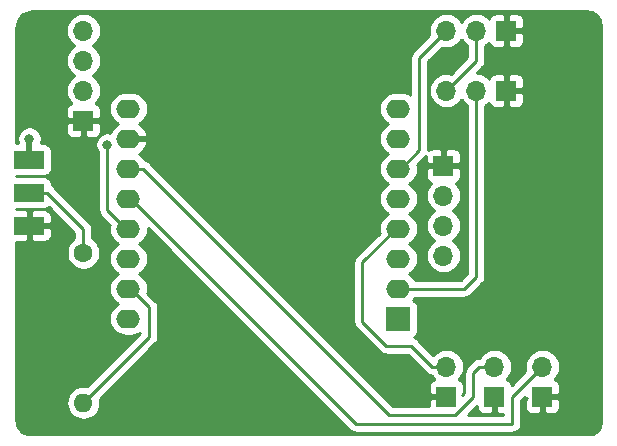
<source format=gbr>
G04 #@! TF.GenerationSoftware,KiCad,Pcbnew,(5.1.4)-1*
G04 #@! TF.CreationDate,2020-01-16T18:32:51+01:00*
G04 #@! TF.ProjectId,lumos-cache,6c756d6f-732d-4636-9163-68652e6b6963,rev?*
G04 #@! TF.SameCoordinates,Original*
G04 #@! TF.FileFunction,Copper,L1,Top*
G04 #@! TF.FilePolarity,Positive*
%FSLAX46Y46*%
G04 Gerber Fmt 4.6, Leading zero omitted, Abs format (unit mm)*
G04 Created by KiCad (PCBNEW (5.1.4)-1) date 2020-01-16 18:32:51*
%MOMM*%
%LPD*%
G04 APERTURE LIST*
%ADD10O,1.700000X1.700000*%
%ADD11R,1.700000X1.700000*%
%ADD12O,1.600000X1.600000*%
%ADD13C,1.600000*%
%ADD14O,2.000000X1.600000*%
%ADD15R,2.000000X2.000000*%
%ADD16R,2.500000X1.500000*%
%ADD17C,0.800000*%
%ADD18C,0.250000*%
%ADD19C,0.500000*%
%ADD20C,0.254000*%
G04 APERTURE END LIST*
D10*
X148082000Y-52324000D03*
X148082000Y-49784000D03*
X148082000Y-47244000D03*
D11*
X148082000Y-44704000D03*
D12*
X117602000Y-64770000D03*
D13*
X117602000Y-52070000D03*
D14*
X121412000Y-57658000D03*
X121412000Y-55118000D03*
X121412000Y-52578000D03*
X121412000Y-50038000D03*
X121412000Y-47498000D03*
X121412000Y-44958000D03*
X121412000Y-42418000D03*
X121412000Y-39878000D03*
X144272000Y-39878000D03*
X144272000Y-42418000D03*
X144272000Y-44958000D03*
X144272000Y-47498000D03*
X144272000Y-50038000D03*
X144272000Y-52578000D03*
D15*
X144272000Y-57658000D03*
D14*
X144272000Y-55118000D03*
D10*
X148336000Y-61722000D03*
D11*
X148336000Y-64262000D03*
D10*
X152400000Y-61722000D03*
D11*
X152400000Y-64262000D03*
D10*
X156464000Y-61722000D03*
D11*
X156464000Y-64262000D03*
D10*
X148336000Y-33274000D03*
X150876000Y-33274000D03*
D11*
X153416000Y-33274000D03*
D10*
X117602000Y-33274000D03*
X117602000Y-35814000D03*
X117602000Y-38354000D03*
D11*
X117602000Y-40894000D03*
D10*
X148336000Y-38354000D03*
X150876000Y-38354000D03*
D11*
X153416000Y-38354000D03*
D16*
X113030000Y-46990000D03*
X113030000Y-49784000D03*
X113030000Y-44196000D03*
D17*
X113030000Y-42418000D03*
X119634000Y-42926000D03*
D18*
X117602000Y-50938630D02*
X117602000Y-52070000D01*
X117602000Y-50062000D02*
X117602000Y-50938630D01*
X114530000Y-46990000D02*
X117602000Y-50062000D01*
X113030000Y-46990000D02*
X114530000Y-46990000D01*
D19*
X113030000Y-42418000D02*
X113030000Y-44196000D01*
D18*
X150876000Y-35814000D02*
X150876000Y-33274000D01*
X148336000Y-38354000D02*
X150876000Y-35814000D01*
X150876000Y-38354000D02*
X150876000Y-54102000D01*
X149860000Y-55118000D02*
X144272000Y-55118000D01*
X150876000Y-54102000D02*
X149860000Y-55118000D01*
X121212000Y-50038000D02*
X121412000Y-50038000D01*
X119634000Y-48460000D02*
X121212000Y-50038000D01*
X119634000Y-42926000D02*
X119634000Y-48460000D01*
X148336000Y-33274000D02*
X146050000Y-35560000D01*
X144472000Y-44958000D02*
X144272000Y-44958000D01*
X146050000Y-43380000D02*
X144472000Y-44958000D01*
X146050000Y-35560000D02*
X146050000Y-43380000D01*
X121612000Y-47498000D02*
X140662000Y-66548000D01*
X121412000Y-47498000D02*
X121612000Y-47498000D01*
X153924000Y-64262000D02*
X156464000Y-61722000D01*
X153924000Y-66548000D02*
X153924000Y-64262000D01*
X140662000Y-66548000D02*
X153924000Y-66548000D01*
X152400000Y-61722000D02*
X151130000Y-61722000D01*
X122662000Y-44958000D02*
X143490000Y-65786000D01*
X121412000Y-44958000D02*
X122662000Y-44958000D01*
X150622000Y-64261002D02*
X150622000Y-62230000D01*
X149097002Y-65786000D02*
X150622000Y-64261002D01*
X143490000Y-65786000D02*
X149097002Y-65786000D01*
X151130000Y-61722000D02*
X150622000Y-62230000D01*
X144072000Y-50038000D02*
X144272000Y-50038000D01*
X148336000Y-61722000D02*
X147133919Y-61722000D01*
X147133919Y-61722000D02*
X145355919Y-59944000D01*
X145355919Y-59944000D02*
X143256000Y-59944000D01*
X143256000Y-59944000D02*
X141224000Y-57912000D01*
X141224000Y-57912000D02*
X141224000Y-52886000D01*
X141224000Y-52886000D02*
X144072000Y-50038000D01*
X121612000Y-55118000D02*
X121412000Y-55118000D01*
X123190000Y-56696000D02*
X121612000Y-55118000D01*
X117602000Y-64770000D02*
X123190000Y-59182000D01*
X123190000Y-59182000D02*
X123190000Y-56696000D01*
D20*
G36*
X160490540Y-31672397D02*
G01*
X160698833Y-31735285D01*
X160890937Y-31837428D01*
X161059553Y-31974947D01*
X161198241Y-32142593D01*
X161301726Y-32333985D01*
X161366066Y-32541835D01*
X161392000Y-32788581D01*
X161392001Y-66515713D01*
X161372441Y-66715204D01*
X161323881Y-66876040D01*
X161245008Y-67024378D01*
X161138822Y-67154575D01*
X161009372Y-67261665D01*
X160861586Y-67341572D01*
X160701094Y-67391253D01*
X160503695Y-67412000D01*
X113062279Y-67412000D01*
X112813460Y-67387603D01*
X112605170Y-67324717D01*
X112413062Y-67222572D01*
X112244446Y-67085052D01*
X112105760Y-66917409D01*
X112002275Y-66726017D01*
X111937934Y-66518166D01*
X111912000Y-66271419D01*
X111912000Y-64770000D01*
X116160057Y-64770000D01*
X116187764Y-65051309D01*
X116269818Y-65321808D01*
X116403068Y-65571101D01*
X116582392Y-65789608D01*
X116800899Y-65968932D01*
X117050192Y-66102182D01*
X117320691Y-66184236D01*
X117531508Y-66205000D01*
X117672492Y-66205000D01*
X117883309Y-66184236D01*
X118153808Y-66102182D01*
X118403101Y-65968932D01*
X118621608Y-65789608D01*
X118800932Y-65571101D01*
X118934182Y-65321808D01*
X119016236Y-65051309D01*
X119043943Y-64770000D01*
X119016236Y-64488691D01*
X119002708Y-64444094D01*
X123701009Y-59745794D01*
X123730001Y-59722001D01*
X123753795Y-59693008D01*
X123753799Y-59693004D01*
X123824973Y-59606277D01*
X123824974Y-59606276D01*
X123895546Y-59474247D01*
X123939003Y-59330986D01*
X123950000Y-59219333D01*
X123950000Y-59219324D01*
X123953676Y-59182001D01*
X123950000Y-59144678D01*
X123950000Y-56733322D01*
X123953676Y-56695999D01*
X123950000Y-56658677D01*
X123950000Y-56658667D01*
X123939003Y-56547014D01*
X123895546Y-56403753D01*
X123824974Y-56271723D01*
X123753799Y-56184997D01*
X123730001Y-56155999D01*
X123701003Y-56132201D01*
X123012708Y-55443906D01*
X123026236Y-55399309D01*
X123053943Y-55118000D01*
X123026236Y-54836691D01*
X122944182Y-54566192D01*
X122810932Y-54316899D01*
X122631608Y-54098392D01*
X122413101Y-53919068D01*
X122280142Y-53848000D01*
X122413101Y-53776932D01*
X122631608Y-53597608D01*
X122810932Y-53379101D01*
X122944182Y-53129808D01*
X123026236Y-52859309D01*
X123053943Y-52578000D01*
X123026236Y-52296691D01*
X122944182Y-52026192D01*
X122810932Y-51776899D01*
X122631608Y-51558392D01*
X122413101Y-51379068D01*
X122280142Y-51308000D01*
X122413101Y-51236932D01*
X122631608Y-51057608D01*
X122810932Y-50839101D01*
X122944182Y-50589808D01*
X123026236Y-50319309D01*
X123053943Y-50038000D01*
X123051402Y-50012203D01*
X140098201Y-67059003D01*
X140121999Y-67088001D01*
X140237724Y-67182974D01*
X140369753Y-67253546D01*
X140513014Y-67297003D01*
X140624667Y-67308000D01*
X140624676Y-67308000D01*
X140661999Y-67311676D01*
X140699322Y-67308000D01*
X153886667Y-67308000D01*
X153924000Y-67311677D01*
X153961333Y-67308000D01*
X154072986Y-67297003D01*
X154216247Y-67253546D01*
X154348276Y-67182974D01*
X154464001Y-67088001D01*
X154558974Y-66972276D01*
X154629546Y-66840247D01*
X154673003Y-66696986D01*
X154687677Y-66548000D01*
X154684000Y-66510667D01*
X154684000Y-64576801D01*
X154979000Y-64281802D01*
X154979000Y-64389002D01*
X155137748Y-64389002D01*
X154979000Y-64547750D01*
X154975928Y-65112000D01*
X154988188Y-65236482D01*
X155024498Y-65356180D01*
X155083463Y-65466494D01*
X155162815Y-65563185D01*
X155259506Y-65642537D01*
X155369820Y-65701502D01*
X155489518Y-65737812D01*
X155614000Y-65750072D01*
X156178250Y-65747000D01*
X156337000Y-65588250D01*
X156337000Y-64389000D01*
X156591000Y-64389000D01*
X156591000Y-65588250D01*
X156749750Y-65747000D01*
X157314000Y-65750072D01*
X157438482Y-65737812D01*
X157558180Y-65701502D01*
X157668494Y-65642537D01*
X157765185Y-65563185D01*
X157844537Y-65466494D01*
X157903502Y-65356180D01*
X157939812Y-65236482D01*
X157952072Y-65112000D01*
X157949000Y-64547750D01*
X157790250Y-64389000D01*
X156591000Y-64389000D01*
X156337000Y-64389000D01*
X156317000Y-64389000D01*
X156317000Y-64135000D01*
X156337000Y-64135000D01*
X156337000Y-64115000D01*
X156591000Y-64115000D01*
X156591000Y-64135000D01*
X157790250Y-64135000D01*
X157949000Y-63976250D01*
X157952072Y-63412000D01*
X157939812Y-63287518D01*
X157903502Y-63167820D01*
X157844537Y-63057506D01*
X157765185Y-62960815D01*
X157668494Y-62881463D01*
X157558180Y-62822498D01*
X157489313Y-62801607D01*
X157519134Y-62777134D01*
X157704706Y-62551014D01*
X157842599Y-62293034D01*
X157927513Y-62013111D01*
X157956185Y-61722000D01*
X157927513Y-61430889D01*
X157842599Y-61150966D01*
X157704706Y-60892986D01*
X157519134Y-60666866D01*
X157293014Y-60481294D01*
X157035034Y-60343401D01*
X156755111Y-60258487D01*
X156536950Y-60237000D01*
X156391050Y-60237000D01*
X156172889Y-60258487D01*
X155892966Y-60343401D01*
X155634986Y-60481294D01*
X155408866Y-60666866D01*
X155223294Y-60892986D01*
X155085401Y-61150966D01*
X155000487Y-61430889D01*
X154971815Y-61722000D01*
X155000487Y-62013111D01*
X155023203Y-62087995D01*
X153863679Y-63247520D01*
X153839502Y-63167820D01*
X153780537Y-63057506D01*
X153701185Y-62960815D01*
X153604494Y-62881463D01*
X153494180Y-62822498D01*
X153425313Y-62801607D01*
X153455134Y-62777134D01*
X153640706Y-62551014D01*
X153778599Y-62293034D01*
X153863513Y-62013111D01*
X153892185Y-61722000D01*
X153863513Y-61430889D01*
X153778599Y-61150966D01*
X153640706Y-60892986D01*
X153455134Y-60666866D01*
X153229014Y-60481294D01*
X152971034Y-60343401D01*
X152691111Y-60258487D01*
X152472950Y-60237000D01*
X152327050Y-60237000D01*
X152108889Y-60258487D01*
X151828966Y-60343401D01*
X151570986Y-60481294D01*
X151344866Y-60666866D01*
X151159294Y-60892986D01*
X151124057Y-60958909D01*
X151092676Y-60962000D01*
X151092667Y-60962000D01*
X150981014Y-60972997D01*
X150837753Y-61016454D01*
X150705724Y-61087026D01*
X150589999Y-61181999D01*
X150566201Y-61210997D01*
X150110998Y-61666201D01*
X150082000Y-61689999D01*
X150058202Y-61718997D01*
X150058201Y-61718998D01*
X149987026Y-61805724D01*
X149916454Y-61937754D01*
X149872998Y-62081015D01*
X149858324Y-62230000D01*
X149862001Y-62267332D01*
X149862000Y-63946200D01*
X149673202Y-64134998D01*
X149662252Y-64134998D01*
X149821000Y-63976250D01*
X149824072Y-63412000D01*
X149811812Y-63287518D01*
X149775502Y-63167820D01*
X149716537Y-63057506D01*
X149637185Y-62960815D01*
X149540494Y-62881463D01*
X149430180Y-62822498D01*
X149361313Y-62801607D01*
X149391134Y-62777134D01*
X149576706Y-62551014D01*
X149714599Y-62293034D01*
X149799513Y-62013111D01*
X149828185Y-61722000D01*
X149799513Y-61430889D01*
X149714599Y-61150966D01*
X149576706Y-60892986D01*
X149391134Y-60666866D01*
X149165014Y-60481294D01*
X148907034Y-60343401D01*
X148627111Y-60258487D01*
X148408950Y-60237000D01*
X148263050Y-60237000D01*
X148044889Y-60258487D01*
X147764966Y-60343401D01*
X147506986Y-60481294D01*
X147280866Y-60666866D01*
X147223494Y-60736774D01*
X145919723Y-59433003D01*
X145895920Y-59403999D01*
X145780195Y-59309026D01*
X145648166Y-59238454D01*
X145574763Y-59216188D01*
X145626494Y-59188537D01*
X145723185Y-59109185D01*
X145802537Y-59012494D01*
X145861502Y-58902180D01*
X145897812Y-58782482D01*
X145910072Y-58658000D01*
X145910072Y-56658000D01*
X145897812Y-56533518D01*
X145861502Y-56413820D01*
X145802537Y-56303506D01*
X145723185Y-56206815D01*
X145626494Y-56127463D01*
X145538524Y-56080441D01*
X145670932Y-55919101D01*
X145692901Y-55878000D01*
X149822678Y-55878000D01*
X149860000Y-55881676D01*
X149897322Y-55878000D01*
X149897333Y-55878000D01*
X150008986Y-55867003D01*
X150152247Y-55823546D01*
X150284276Y-55752974D01*
X150400001Y-55658001D01*
X150423804Y-55628998D01*
X151387003Y-54665799D01*
X151416001Y-54642001D01*
X151488057Y-54554201D01*
X151510974Y-54526277D01*
X151581546Y-54394247D01*
X151593656Y-54354324D01*
X151625003Y-54250986D01*
X151636000Y-54139333D01*
X151636000Y-54139323D01*
X151639676Y-54102000D01*
X151636000Y-54064678D01*
X151636000Y-39631595D01*
X151705014Y-39594706D01*
X151931134Y-39409134D01*
X151955607Y-39379313D01*
X151976498Y-39448180D01*
X152035463Y-39558494D01*
X152114815Y-39655185D01*
X152211506Y-39734537D01*
X152321820Y-39793502D01*
X152441518Y-39829812D01*
X152566000Y-39842072D01*
X153130250Y-39839000D01*
X153289000Y-39680250D01*
X153289000Y-38481000D01*
X153543000Y-38481000D01*
X153543000Y-39680250D01*
X153701750Y-39839000D01*
X154266000Y-39842072D01*
X154390482Y-39829812D01*
X154510180Y-39793502D01*
X154620494Y-39734537D01*
X154717185Y-39655185D01*
X154796537Y-39558494D01*
X154855502Y-39448180D01*
X154891812Y-39328482D01*
X154904072Y-39204000D01*
X154901000Y-38639750D01*
X154742250Y-38481000D01*
X153543000Y-38481000D01*
X153289000Y-38481000D01*
X153269000Y-38481000D01*
X153269000Y-38227000D01*
X153289000Y-38227000D01*
X153289000Y-37027750D01*
X153543000Y-37027750D01*
X153543000Y-38227000D01*
X154742250Y-38227000D01*
X154901000Y-38068250D01*
X154904072Y-37504000D01*
X154891812Y-37379518D01*
X154855502Y-37259820D01*
X154796537Y-37149506D01*
X154717185Y-37052815D01*
X154620494Y-36973463D01*
X154510180Y-36914498D01*
X154390482Y-36878188D01*
X154266000Y-36865928D01*
X153701750Y-36869000D01*
X153543000Y-37027750D01*
X153289000Y-37027750D01*
X153130250Y-36869000D01*
X152566000Y-36865928D01*
X152441518Y-36878188D01*
X152321820Y-36914498D01*
X152211506Y-36973463D01*
X152114815Y-37052815D01*
X152035463Y-37149506D01*
X151976498Y-37259820D01*
X151955607Y-37328687D01*
X151931134Y-37298866D01*
X151705014Y-37113294D01*
X151447034Y-36975401D01*
X151167111Y-36890487D01*
X150948950Y-36869000D01*
X150895803Y-36869000D01*
X151387009Y-36377794D01*
X151416001Y-36354001D01*
X151439795Y-36325008D01*
X151439799Y-36325004D01*
X151510973Y-36238277D01*
X151510974Y-36238276D01*
X151581546Y-36106247D01*
X151625003Y-35962986D01*
X151636000Y-35851333D01*
X151636000Y-35851324D01*
X151639676Y-35814001D01*
X151636000Y-35776678D01*
X151636000Y-34551595D01*
X151705014Y-34514706D01*
X151931134Y-34329134D01*
X151955607Y-34299313D01*
X151976498Y-34368180D01*
X152035463Y-34478494D01*
X152114815Y-34575185D01*
X152211506Y-34654537D01*
X152321820Y-34713502D01*
X152441518Y-34749812D01*
X152566000Y-34762072D01*
X153130250Y-34759000D01*
X153289000Y-34600250D01*
X153289000Y-33401000D01*
X153543000Y-33401000D01*
X153543000Y-34600250D01*
X153701750Y-34759000D01*
X154266000Y-34762072D01*
X154390482Y-34749812D01*
X154510180Y-34713502D01*
X154620494Y-34654537D01*
X154717185Y-34575185D01*
X154796537Y-34478494D01*
X154855502Y-34368180D01*
X154891812Y-34248482D01*
X154904072Y-34124000D01*
X154901000Y-33559750D01*
X154742250Y-33401000D01*
X153543000Y-33401000D01*
X153289000Y-33401000D01*
X153269000Y-33401000D01*
X153269000Y-33147000D01*
X153289000Y-33147000D01*
X153289000Y-31947750D01*
X153543000Y-31947750D01*
X153543000Y-33147000D01*
X154742250Y-33147000D01*
X154901000Y-32988250D01*
X154904072Y-32424000D01*
X154891812Y-32299518D01*
X154855502Y-32179820D01*
X154796537Y-32069506D01*
X154717185Y-31972815D01*
X154620494Y-31893463D01*
X154510180Y-31834498D01*
X154390482Y-31798188D01*
X154266000Y-31785928D01*
X153701750Y-31789000D01*
X153543000Y-31947750D01*
X153289000Y-31947750D01*
X153130250Y-31789000D01*
X152566000Y-31785928D01*
X152441518Y-31798188D01*
X152321820Y-31834498D01*
X152211506Y-31893463D01*
X152114815Y-31972815D01*
X152035463Y-32069506D01*
X151976498Y-32179820D01*
X151955607Y-32248687D01*
X151931134Y-32218866D01*
X151705014Y-32033294D01*
X151447034Y-31895401D01*
X151167111Y-31810487D01*
X150948950Y-31789000D01*
X150803050Y-31789000D01*
X150584889Y-31810487D01*
X150304966Y-31895401D01*
X150046986Y-32033294D01*
X149820866Y-32218866D01*
X149635294Y-32444986D01*
X149606000Y-32499791D01*
X149576706Y-32444986D01*
X149391134Y-32218866D01*
X149165014Y-32033294D01*
X148907034Y-31895401D01*
X148627111Y-31810487D01*
X148408950Y-31789000D01*
X148263050Y-31789000D01*
X148044889Y-31810487D01*
X147764966Y-31895401D01*
X147506986Y-32033294D01*
X147280866Y-32218866D01*
X147095294Y-32444986D01*
X146957401Y-32702966D01*
X146872487Y-32982889D01*
X146843815Y-33274000D01*
X146872487Y-33565111D01*
X146895203Y-33639995D01*
X145539003Y-34996196D01*
X145509999Y-35019999D01*
X145473070Y-35064998D01*
X145415026Y-35135724D01*
X145391880Y-35179027D01*
X145344454Y-35267754D01*
X145300997Y-35411015D01*
X145290000Y-35522668D01*
X145290000Y-35522678D01*
X145286324Y-35560000D01*
X145290000Y-35597322D01*
X145290000Y-38692937D01*
X145273101Y-38679068D01*
X145023808Y-38545818D01*
X144753309Y-38463764D01*
X144542492Y-38443000D01*
X144001508Y-38443000D01*
X143790691Y-38463764D01*
X143520192Y-38545818D01*
X143270899Y-38679068D01*
X143052392Y-38858392D01*
X142873068Y-39076899D01*
X142739818Y-39326192D01*
X142657764Y-39596691D01*
X142630057Y-39878000D01*
X142657764Y-40159309D01*
X142739818Y-40429808D01*
X142873068Y-40679101D01*
X143052392Y-40897608D01*
X143270899Y-41076932D01*
X143403858Y-41148000D01*
X143270899Y-41219068D01*
X143052392Y-41398392D01*
X142873068Y-41616899D01*
X142739818Y-41866192D01*
X142657764Y-42136691D01*
X142630057Y-42418000D01*
X142657764Y-42699309D01*
X142739818Y-42969808D01*
X142873068Y-43219101D01*
X143052392Y-43437608D01*
X143270899Y-43616932D01*
X143403858Y-43688000D01*
X143270899Y-43759068D01*
X143052392Y-43938392D01*
X142873068Y-44156899D01*
X142739818Y-44406192D01*
X142657764Y-44676691D01*
X142630057Y-44958000D01*
X142657764Y-45239309D01*
X142739818Y-45509808D01*
X142873068Y-45759101D01*
X143052392Y-45977608D01*
X143270899Y-46156932D01*
X143403858Y-46228000D01*
X143270899Y-46299068D01*
X143052392Y-46478392D01*
X142873068Y-46696899D01*
X142739818Y-46946192D01*
X142657764Y-47216691D01*
X142630057Y-47498000D01*
X142657764Y-47779309D01*
X142739818Y-48049808D01*
X142873068Y-48299101D01*
X143052392Y-48517608D01*
X143270899Y-48696932D01*
X143403858Y-48768000D01*
X143270899Y-48839068D01*
X143052392Y-49018392D01*
X142873068Y-49236899D01*
X142739818Y-49486192D01*
X142657764Y-49756691D01*
X142630057Y-50038000D01*
X142657764Y-50319309D01*
X142671292Y-50363906D01*
X140712998Y-52322201D01*
X140684000Y-52345999D01*
X140660202Y-52374997D01*
X140660201Y-52374998D01*
X140589026Y-52461724D01*
X140518454Y-52593754D01*
X140474998Y-52737015D01*
X140460324Y-52886000D01*
X140464001Y-52923332D01*
X140464000Y-57874677D01*
X140460324Y-57912000D01*
X140464000Y-57949322D01*
X140464000Y-57949332D01*
X140474997Y-58060985D01*
X140518454Y-58204246D01*
X140589026Y-58336276D01*
X140628871Y-58384826D01*
X140683999Y-58452001D01*
X140713003Y-58475804D01*
X142692200Y-60455002D01*
X142715999Y-60484001D01*
X142744997Y-60507799D01*
X142831723Y-60578974D01*
X142963753Y-60649546D01*
X143107014Y-60693003D01*
X143218667Y-60704000D01*
X143218677Y-60704000D01*
X143256000Y-60707676D01*
X143293323Y-60704000D01*
X145041118Y-60704000D01*
X146570120Y-62233003D01*
X146593918Y-62262001D01*
X146709643Y-62356974D01*
X146841672Y-62427546D01*
X146984933Y-62471003D01*
X147056284Y-62478031D01*
X147095294Y-62551014D01*
X147280866Y-62777134D01*
X147310687Y-62801607D01*
X147241820Y-62822498D01*
X147131506Y-62881463D01*
X147034815Y-62960815D01*
X146955463Y-63057506D01*
X146896498Y-63167820D01*
X146860188Y-63287518D01*
X146847928Y-63412000D01*
X146851000Y-63976250D01*
X147009750Y-64135000D01*
X148209000Y-64135000D01*
X148209000Y-64115000D01*
X148463000Y-64115000D01*
X148463000Y-64135000D01*
X148483000Y-64135000D01*
X148483000Y-64389000D01*
X148463000Y-64389000D01*
X148463000Y-64409000D01*
X148209000Y-64409000D01*
X148209000Y-64389000D01*
X147009750Y-64389000D01*
X146851000Y-64547750D01*
X146848396Y-65026000D01*
X143804802Y-65026000D01*
X123225804Y-44447003D01*
X123202001Y-44417999D01*
X123086276Y-44323026D01*
X122954247Y-44252454D01*
X122844157Y-44219059D01*
X122810932Y-44156899D01*
X122631608Y-43938392D01*
X122413101Y-43759068D01*
X122283655Y-43689878D01*
X122301227Y-43682430D01*
X122534662Y-43523673D01*
X122732639Y-43322425D01*
X122887551Y-43086421D01*
X122993444Y-42824730D01*
X123003904Y-42767039D01*
X122881915Y-42545000D01*
X121539000Y-42545000D01*
X121539000Y-42565000D01*
X121285000Y-42565000D01*
X121285000Y-42545000D01*
X121265000Y-42545000D01*
X121265000Y-42291000D01*
X121285000Y-42291000D01*
X121285000Y-42271000D01*
X121539000Y-42271000D01*
X121539000Y-42291000D01*
X122881915Y-42291000D01*
X123003904Y-42068961D01*
X122993444Y-42011270D01*
X122887551Y-41749579D01*
X122732639Y-41513575D01*
X122534662Y-41312327D01*
X122301227Y-41153570D01*
X122283655Y-41146122D01*
X122413101Y-41076932D01*
X122631608Y-40897608D01*
X122810932Y-40679101D01*
X122944182Y-40429808D01*
X123026236Y-40159309D01*
X123053943Y-39878000D01*
X123026236Y-39596691D01*
X122944182Y-39326192D01*
X122810932Y-39076899D01*
X122631608Y-38858392D01*
X122413101Y-38679068D01*
X122163808Y-38545818D01*
X121893309Y-38463764D01*
X121682492Y-38443000D01*
X121141508Y-38443000D01*
X120930691Y-38463764D01*
X120660192Y-38545818D01*
X120410899Y-38679068D01*
X120192392Y-38858392D01*
X120013068Y-39076899D01*
X119879818Y-39326192D01*
X119797764Y-39596691D01*
X119770057Y-39878000D01*
X119797764Y-40159309D01*
X119879818Y-40429808D01*
X120013068Y-40679101D01*
X120192392Y-40897608D01*
X120410899Y-41076932D01*
X120540345Y-41146122D01*
X120522773Y-41153570D01*
X120289338Y-41312327D01*
X120091361Y-41513575D01*
X119936449Y-41749579D01*
X119868549Y-41917378D01*
X119735939Y-41891000D01*
X119532061Y-41891000D01*
X119332102Y-41930774D01*
X119143744Y-42008795D01*
X118974226Y-42122063D01*
X118912709Y-42183580D01*
X118982537Y-42098494D01*
X119041502Y-41988180D01*
X119077812Y-41868482D01*
X119090072Y-41744000D01*
X119087000Y-41179750D01*
X118928250Y-41021000D01*
X117729000Y-41021000D01*
X117729000Y-42220250D01*
X117887750Y-42379000D01*
X118452000Y-42382072D01*
X118576482Y-42369812D01*
X118696180Y-42333502D01*
X118806494Y-42274537D01*
X118891580Y-42204709D01*
X118830063Y-42266226D01*
X118716795Y-42435744D01*
X118638774Y-42624102D01*
X118599000Y-42824061D01*
X118599000Y-43027939D01*
X118638774Y-43227898D01*
X118716795Y-43416256D01*
X118830063Y-43585774D01*
X118874000Y-43629711D01*
X118874001Y-48422668D01*
X118870324Y-48460000D01*
X118874001Y-48497333D01*
X118884998Y-48608986D01*
X118889481Y-48623764D01*
X118928454Y-48752246D01*
X118999026Y-48884276D01*
X119057057Y-48954986D01*
X119094000Y-49000001D01*
X119122998Y-49023799D01*
X119811292Y-49712094D01*
X119797764Y-49756691D01*
X119770057Y-50038000D01*
X119797764Y-50319309D01*
X119879818Y-50589808D01*
X120013068Y-50839101D01*
X120192392Y-51057608D01*
X120410899Y-51236932D01*
X120543858Y-51308000D01*
X120410899Y-51379068D01*
X120192392Y-51558392D01*
X120013068Y-51776899D01*
X119879818Y-52026192D01*
X119797764Y-52296691D01*
X119770057Y-52578000D01*
X119797764Y-52859309D01*
X119879818Y-53129808D01*
X120013068Y-53379101D01*
X120192392Y-53597608D01*
X120410899Y-53776932D01*
X120543858Y-53848000D01*
X120410899Y-53919068D01*
X120192392Y-54098392D01*
X120013068Y-54316899D01*
X119879818Y-54566192D01*
X119797764Y-54836691D01*
X119770057Y-55118000D01*
X119797764Y-55399309D01*
X119879818Y-55669808D01*
X120013068Y-55919101D01*
X120192392Y-56137608D01*
X120410899Y-56316932D01*
X120543858Y-56388000D01*
X120410899Y-56459068D01*
X120192392Y-56638392D01*
X120013068Y-56856899D01*
X119879818Y-57106192D01*
X119797764Y-57376691D01*
X119770057Y-57658000D01*
X119797764Y-57939309D01*
X119879818Y-58209808D01*
X120013068Y-58459101D01*
X120192392Y-58677608D01*
X120410899Y-58856932D01*
X120660192Y-58990182D01*
X120930691Y-59072236D01*
X121141508Y-59093000D01*
X121682492Y-59093000D01*
X121893309Y-59072236D01*
X122163808Y-58990182D01*
X122413101Y-58856932D01*
X122430000Y-58843063D01*
X122430000Y-58867197D01*
X117927906Y-63369292D01*
X117883309Y-63355764D01*
X117672492Y-63335000D01*
X117531508Y-63335000D01*
X117320691Y-63355764D01*
X117050192Y-63437818D01*
X116800899Y-63571068D01*
X116582392Y-63750392D01*
X116403068Y-63968899D01*
X116269818Y-64218192D01*
X116187764Y-64488691D01*
X116160057Y-64770000D01*
X111912000Y-64770000D01*
X111912000Y-51171651D01*
X112744250Y-51169000D01*
X112903000Y-51010250D01*
X112903000Y-49911000D01*
X113157000Y-49911000D01*
X113157000Y-51010250D01*
X113315750Y-51169000D01*
X114280000Y-51172072D01*
X114404482Y-51159812D01*
X114524180Y-51123502D01*
X114634494Y-51064537D01*
X114731185Y-50985185D01*
X114810537Y-50888494D01*
X114869502Y-50778180D01*
X114905812Y-50658482D01*
X114918072Y-50534000D01*
X114915000Y-50069750D01*
X114756250Y-49911000D01*
X113157000Y-49911000D01*
X112903000Y-49911000D01*
X112883000Y-49911000D01*
X112883000Y-49657000D01*
X112903000Y-49657000D01*
X112903000Y-48557750D01*
X113157000Y-48557750D01*
X113157000Y-49657000D01*
X114756250Y-49657000D01*
X114915000Y-49498250D01*
X114918072Y-49034000D01*
X114905812Y-48909518D01*
X114869502Y-48789820D01*
X114810537Y-48679506D01*
X114731185Y-48582815D01*
X114634494Y-48503463D01*
X114524180Y-48444498D01*
X114404482Y-48408188D01*
X114280000Y-48395928D01*
X113315750Y-48399000D01*
X113157000Y-48557750D01*
X112903000Y-48557750D01*
X112744250Y-48399000D01*
X111912000Y-48396349D01*
X111912000Y-48378072D01*
X114280000Y-48378072D01*
X114404482Y-48365812D01*
X114524180Y-48329502D01*
X114634494Y-48270537D01*
X114690101Y-48224902D01*
X116842000Y-50376802D01*
X116842000Y-50851957D01*
X116687241Y-50955363D01*
X116487363Y-51155241D01*
X116330320Y-51390273D01*
X116222147Y-51651426D01*
X116167000Y-51928665D01*
X116167000Y-52211335D01*
X116222147Y-52488574D01*
X116330320Y-52749727D01*
X116487363Y-52984759D01*
X116687241Y-53184637D01*
X116922273Y-53341680D01*
X117183426Y-53449853D01*
X117460665Y-53505000D01*
X117743335Y-53505000D01*
X118020574Y-53449853D01*
X118281727Y-53341680D01*
X118516759Y-53184637D01*
X118716637Y-52984759D01*
X118873680Y-52749727D01*
X118981853Y-52488574D01*
X119037000Y-52211335D01*
X119037000Y-51928665D01*
X118981853Y-51651426D01*
X118873680Y-51390273D01*
X118716637Y-51155241D01*
X118516759Y-50955363D01*
X118362000Y-50851957D01*
X118362000Y-50099322D01*
X118365676Y-50061999D01*
X118362000Y-50024676D01*
X118362000Y-50024667D01*
X118351003Y-49913014D01*
X118307546Y-49769753D01*
X118294718Y-49745753D01*
X118236974Y-49637723D01*
X118165799Y-49550997D01*
X118142001Y-49521999D01*
X118113004Y-49498202D01*
X115093804Y-46479003D01*
X115070001Y-46449999D01*
X114954276Y-46355026D01*
X114918072Y-46335674D01*
X114918072Y-46240000D01*
X114905812Y-46115518D01*
X114869502Y-45995820D01*
X114810537Y-45885506D01*
X114731185Y-45788815D01*
X114634494Y-45709463D01*
X114524180Y-45650498D01*
X114404482Y-45614188D01*
X114280000Y-45601928D01*
X111912000Y-45601928D01*
X111912000Y-45584072D01*
X114280000Y-45584072D01*
X114404482Y-45571812D01*
X114524180Y-45535502D01*
X114634494Y-45476537D01*
X114731185Y-45397185D01*
X114810537Y-45300494D01*
X114869502Y-45190180D01*
X114905812Y-45070482D01*
X114918072Y-44946000D01*
X114918072Y-43446000D01*
X114905812Y-43321518D01*
X114869502Y-43201820D01*
X114810537Y-43091506D01*
X114731185Y-42994815D01*
X114634494Y-42915463D01*
X114524180Y-42856498D01*
X114404482Y-42820188D01*
X114280000Y-42807928D01*
X113988763Y-42807928D01*
X114025226Y-42719898D01*
X114065000Y-42519939D01*
X114065000Y-42316061D01*
X114025226Y-42116102D01*
X113947205Y-41927744D01*
X113833937Y-41758226D01*
X113819711Y-41744000D01*
X116113928Y-41744000D01*
X116126188Y-41868482D01*
X116162498Y-41988180D01*
X116221463Y-42098494D01*
X116300815Y-42195185D01*
X116397506Y-42274537D01*
X116507820Y-42333502D01*
X116627518Y-42369812D01*
X116752000Y-42382072D01*
X117316250Y-42379000D01*
X117475000Y-42220250D01*
X117475000Y-41021000D01*
X116275750Y-41021000D01*
X116117000Y-41179750D01*
X116113928Y-41744000D01*
X113819711Y-41744000D01*
X113689774Y-41614063D01*
X113520256Y-41500795D01*
X113331898Y-41422774D01*
X113131939Y-41383000D01*
X112928061Y-41383000D01*
X112728102Y-41422774D01*
X112539744Y-41500795D01*
X112370226Y-41614063D01*
X112226063Y-41758226D01*
X112112795Y-41927744D01*
X112034774Y-42116102D01*
X111995000Y-42316061D01*
X111995000Y-42519939D01*
X112034774Y-42719898D01*
X112071237Y-42807928D01*
X111912000Y-42807928D01*
X111912000Y-33274000D01*
X116109815Y-33274000D01*
X116138487Y-33565111D01*
X116223401Y-33845034D01*
X116361294Y-34103014D01*
X116546866Y-34329134D01*
X116772986Y-34514706D01*
X116827791Y-34544000D01*
X116772986Y-34573294D01*
X116546866Y-34758866D01*
X116361294Y-34984986D01*
X116223401Y-35242966D01*
X116138487Y-35522889D01*
X116109815Y-35814000D01*
X116138487Y-36105111D01*
X116223401Y-36385034D01*
X116361294Y-36643014D01*
X116546866Y-36869134D01*
X116772986Y-37054706D01*
X116827791Y-37084000D01*
X116772986Y-37113294D01*
X116546866Y-37298866D01*
X116361294Y-37524986D01*
X116223401Y-37782966D01*
X116138487Y-38062889D01*
X116109815Y-38354000D01*
X116138487Y-38645111D01*
X116223401Y-38925034D01*
X116361294Y-39183014D01*
X116546866Y-39409134D01*
X116576687Y-39433607D01*
X116507820Y-39454498D01*
X116397506Y-39513463D01*
X116300815Y-39592815D01*
X116221463Y-39689506D01*
X116162498Y-39799820D01*
X116126188Y-39919518D01*
X116113928Y-40044000D01*
X116117000Y-40608250D01*
X116275750Y-40767000D01*
X117475000Y-40767000D01*
X117475000Y-40747000D01*
X117729000Y-40747000D01*
X117729000Y-40767000D01*
X118928250Y-40767000D01*
X119087000Y-40608250D01*
X119090072Y-40044000D01*
X119077812Y-39919518D01*
X119041502Y-39799820D01*
X118982537Y-39689506D01*
X118903185Y-39592815D01*
X118806494Y-39513463D01*
X118696180Y-39454498D01*
X118627313Y-39433607D01*
X118657134Y-39409134D01*
X118842706Y-39183014D01*
X118980599Y-38925034D01*
X119065513Y-38645111D01*
X119094185Y-38354000D01*
X119065513Y-38062889D01*
X118980599Y-37782966D01*
X118842706Y-37524986D01*
X118657134Y-37298866D01*
X118431014Y-37113294D01*
X118376209Y-37084000D01*
X118431014Y-37054706D01*
X118657134Y-36869134D01*
X118842706Y-36643014D01*
X118980599Y-36385034D01*
X119065513Y-36105111D01*
X119094185Y-35814000D01*
X119065513Y-35522889D01*
X118980599Y-35242966D01*
X118842706Y-34984986D01*
X118657134Y-34758866D01*
X118431014Y-34573294D01*
X118376209Y-34544000D01*
X118431014Y-34514706D01*
X118657134Y-34329134D01*
X118842706Y-34103014D01*
X118980599Y-33845034D01*
X119065513Y-33565111D01*
X119094185Y-33274000D01*
X119065513Y-32982889D01*
X118980599Y-32702966D01*
X118842706Y-32444986D01*
X118657134Y-32218866D01*
X118431014Y-32033294D01*
X118173034Y-31895401D01*
X117893111Y-31810487D01*
X117674950Y-31789000D01*
X117529050Y-31789000D01*
X117310889Y-31810487D01*
X117030966Y-31895401D01*
X116772986Y-32033294D01*
X116546866Y-32218866D01*
X116361294Y-32444986D01*
X116223401Y-32702966D01*
X116138487Y-32982889D01*
X116109815Y-33274000D01*
X111912000Y-33274000D01*
X111912000Y-33052279D01*
X111941234Y-32754125D01*
X112018448Y-32498378D01*
X112143869Y-32262496D01*
X112312716Y-32055470D01*
X112518554Y-31885187D01*
X112753556Y-31758121D01*
X113008756Y-31679124D01*
X113304882Y-31648000D01*
X160241721Y-31648000D01*
X160490540Y-31672397D01*
X160490540Y-31672397D01*
G37*
X160490540Y-31672397D02*
X160698833Y-31735285D01*
X160890937Y-31837428D01*
X161059553Y-31974947D01*
X161198241Y-32142593D01*
X161301726Y-32333985D01*
X161366066Y-32541835D01*
X161392000Y-32788581D01*
X161392001Y-66515713D01*
X161372441Y-66715204D01*
X161323881Y-66876040D01*
X161245008Y-67024378D01*
X161138822Y-67154575D01*
X161009372Y-67261665D01*
X160861586Y-67341572D01*
X160701094Y-67391253D01*
X160503695Y-67412000D01*
X113062279Y-67412000D01*
X112813460Y-67387603D01*
X112605170Y-67324717D01*
X112413062Y-67222572D01*
X112244446Y-67085052D01*
X112105760Y-66917409D01*
X112002275Y-66726017D01*
X111937934Y-66518166D01*
X111912000Y-66271419D01*
X111912000Y-64770000D01*
X116160057Y-64770000D01*
X116187764Y-65051309D01*
X116269818Y-65321808D01*
X116403068Y-65571101D01*
X116582392Y-65789608D01*
X116800899Y-65968932D01*
X117050192Y-66102182D01*
X117320691Y-66184236D01*
X117531508Y-66205000D01*
X117672492Y-66205000D01*
X117883309Y-66184236D01*
X118153808Y-66102182D01*
X118403101Y-65968932D01*
X118621608Y-65789608D01*
X118800932Y-65571101D01*
X118934182Y-65321808D01*
X119016236Y-65051309D01*
X119043943Y-64770000D01*
X119016236Y-64488691D01*
X119002708Y-64444094D01*
X123701009Y-59745794D01*
X123730001Y-59722001D01*
X123753795Y-59693008D01*
X123753799Y-59693004D01*
X123824973Y-59606277D01*
X123824974Y-59606276D01*
X123895546Y-59474247D01*
X123939003Y-59330986D01*
X123950000Y-59219333D01*
X123950000Y-59219324D01*
X123953676Y-59182001D01*
X123950000Y-59144678D01*
X123950000Y-56733322D01*
X123953676Y-56695999D01*
X123950000Y-56658677D01*
X123950000Y-56658667D01*
X123939003Y-56547014D01*
X123895546Y-56403753D01*
X123824974Y-56271723D01*
X123753799Y-56184997D01*
X123730001Y-56155999D01*
X123701003Y-56132201D01*
X123012708Y-55443906D01*
X123026236Y-55399309D01*
X123053943Y-55118000D01*
X123026236Y-54836691D01*
X122944182Y-54566192D01*
X122810932Y-54316899D01*
X122631608Y-54098392D01*
X122413101Y-53919068D01*
X122280142Y-53848000D01*
X122413101Y-53776932D01*
X122631608Y-53597608D01*
X122810932Y-53379101D01*
X122944182Y-53129808D01*
X123026236Y-52859309D01*
X123053943Y-52578000D01*
X123026236Y-52296691D01*
X122944182Y-52026192D01*
X122810932Y-51776899D01*
X122631608Y-51558392D01*
X122413101Y-51379068D01*
X122280142Y-51308000D01*
X122413101Y-51236932D01*
X122631608Y-51057608D01*
X122810932Y-50839101D01*
X122944182Y-50589808D01*
X123026236Y-50319309D01*
X123053943Y-50038000D01*
X123051402Y-50012203D01*
X140098201Y-67059003D01*
X140121999Y-67088001D01*
X140237724Y-67182974D01*
X140369753Y-67253546D01*
X140513014Y-67297003D01*
X140624667Y-67308000D01*
X140624676Y-67308000D01*
X140661999Y-67311676D01*
X140699322Y-67308000D01*
X153886667Y-67308000D01*
X153924000Y-67311677D01*
X153961333Y-67308000D01*
X154072986Y-67297003D01*
X154216247Y-67253546D01*
X154348276Y-67182974D01*
X154464001Y-67088001D01*
X154558974Y-66972276D01*
X154629546Y-66840247D01*
X154673003Y-66696986D01*
X154687677Y-66548000D01*
X154684000Y-66510667D01*
X154684000Y-64576801D01*
X154979000Y-64281802D01*
X154979000Y-64389002D01*
X155137748Y-64389002D01*
X154979000Y-64547750D01*
X154975928Y-65112000D01*
X154988188Y-65236482D01*
X155024498Y-65356180D01*
X155083463Y-65466494D01*
X155162815Y-65563185D01*
X155259506Y-65642537D01*
X155369820Y-65701502D01*
X155489518Y-65737812D01*
X155614000Y-65750072D01*
X156178250Y-65747000D01*
X156337000Y-65588250D01*
X156337000Y-64389000D01*
X156591000Y-64389000D01*
X156591000Y-65588250D01*
X156749750Y-65747000D01*
X157314000Y-65750072D01*
X157438482Y-65737812D01*
X157558180Y-65701502D01*
X157668494Y-65642537D01*
X157765185Y-65563185D01*
X157844537Y-65466494D01*
X157903502Y-65356180D01*
X157939812Y-65236482D01*
X157952072Y-65112000D01*
X157949000Y-64547750D01*
X157790250Y-64389000D01*
X156591000Y-64389000D01*
X156337000Y-64389000D01*
X156317000Y-64389000D01*
X156317000Y-64135000D01*
X156337000Y-64135000D01*
X156337000Y-64115000D01*
X156591000Y-64115000D01*
X156591000Y-64135000D01*
X157790250Y-64135000D01*
X157949000Y-63976250D01*
X157952072Y-63412000D01*
X157939812Y-63287518D01*
X157903502Y-63167820D01*
X157844537Y-63057506D01*
X157765185Y-62960815D01*
X157668494Y-62881463D01*
X157558180Y-62822498D01*
X157489313Y-62801607D01*
X157519134Y-62777134D01*
X157704706Y-62551014D01*
X157842599Y-62293034D01*
X157927513Y-62013111D01*
X157956185Y-61722000D01*
X157927513Y-61430889D01*
X157842599Y-61150966D01*
X157704706Y-60892986D01*
X157519134Y-60666866D01*
X157293014Y-60481294D01*
X157035034Y-60343401D01*
X156755111Y-60258487D01*
X156536950Y-60237000D01*
X156391050Y-60237000D01*
X156172889Y-60258487D01*
X155892966Y-60343401D01*
X155634986Y-60481294D01*
X155408866Y-60666866D01*
X155223294Y-60892986D01*
X155085401Y-61150966D01*
X155000487Y-61430889D01*
X154971815Y-61722000D01*
X155000487Y-62013111D01*
X155023203Y-62087995D01*
X153863679Y-63247520D01*
X153839502Y-63167820D01*
X153780537Y-63057506D01*
X153701185Y-62960815D01*
X153604494Y-62881463D01*
X153494180Y-62822498D01*
X153425313Y-62801607D01*
X153455134Y-62777134D01*
X153640706Y-62551014D01*
X153778599Y-62293034D01*
X153863513Y-62013111D01*
X153892185Y-61722000D01*
X153863513Y-61430889D01*
X153778599Y-61150966D01*
X153640706Y-60892986D01*
X153455134Y-60666866D01*
X153229014Y-60481294D01*
X152971034Y-60343401D01*
X152691111Y-60258487D01*
X152472950Y-60237000D01*
X152327050Y-60237000D01*
X152108889Y-60258487D01*
X151828966Y-60343401D01*
X151570986Y-60481294D01*
X151344866Y-60666866D01*
X151159294Y-60892986D01*
X151124057Y-60958909D01*
X151092676Y-60962000D01*
X151092667Y-60962000D01*
X150981014Y-60972997D01*
X150837753Y-61016454D01*
X150705724Y-61087026D01*
X150589999Y-61181999D01*
X150566201Y-61210997D01*
X150110998Y-61666201D01*
X150082000Y-61689999D01*
X150058202Y-61718997D01*
X150058201Y-61718998D01*
X149987026Y-61805724D01*
X149916454Y-61937754D01*
X149872998Y-62081015D01*
X149858324Y-62230000D01*
X149862001Y-62267332D01*
X149862000Y-63946200D01*
X149673202Y-64134998D01*
X149662252Y-64134998D01*
X149821000Y-63976250D01*
X149824072Y-63412000D01*
X149811812Y-63287518D01*
X149775502Y-63167820D01*
X149716537Y-63057506D01*
X149637185Y-62960815D01*
X149540494Y-62881463D01*
X149430180Y-62822498D01*
X149361313Y-62801607D01*
X149391134Y-62777134D01*
X149576706Y-62551014D01*
X149714599Y-62293034D01*
X149799513Y-62013111D01*
X149828185Y-61722000D01*
X149799513Y-61430889D01*
X149714599Y-61150966D01*
X149576706Y-60892986D01*
X149391134Y-60666866D01*
X149165014Y-60481294D01*
X148907034Y-60343401D01*
X148627111Y-60258487D01*
X148408950Y-60237000D01*
X148263050Y-60237000D01*
X148044889Y-60258487D01*
X147764966Y-60343401D01*
X147506986Y-60481294D01*
X147280866Y-60666866D01*
X147223494Y-60736774D01*
X145919723Y-59433003D01*
X145895920Y-59403999D01*
X145780195Y-59309026D01*
X145648166Y-59238454D01*
X145574763Y-59216188D01*
X145626494Y-59188537D01*
X145723185Y-59109185D01*
X145802537Y-59012494D01*
X145861502Y-58902180D01*
X145897812Y-58782482D01*
X145910072Y-58658000D01*
X145910072Y-56658000D01*
X145897812Y-56533518D01*
X145861502Y-56413820D01*
X145802537Y-56303506D01*
X145723185Y-56206815D01*
X145626494Y-56127463D01*
X145538524Y-56080441D01*
X145670932Y-55919101D01*
X145692901Y-55878000D01*
X149822678Y-55878000D01*
X149860000Y-55881676D01*
X149897322Y-55878000D01*
X149897333Y-55878000D01*
X150008986Y-55867003D01*
X150152247Y-55823546D01*
X150284276Y-55752974D01*
X150400001Y-55658001D01*
X150423804Y-55628998D01*
X151387003Y-54665799D01*
X151416001Y-54642001D01*
X151488057Y-54554201D01*
X151510974Y-54526277D01*
X151581546Y-54394247D01*
X151593656Y-54354324D01*
X151625003Y-54250986D01*
X151636000Y-54139333D01*
X151636000Y-54139323D01*
X151639676Y-54102000D01*
X151636000Y-54064678D01*
X151636000Y-39631595D01*
X151705014Y-39594706D01*
X151931134Y-39409134D01*
X151955607Y-39379313D01*
X151976498Y-39448180D01*
X152035463Y-39558494D01*
X152114815Y-39655185D01*
X152211506Y-39734537D01*
X152321820Y-39793502D01*
X152441518Y-39829812D01*
X152566000Y-39842072D01*
X153130250Y-39839000D01*
X153289000Y-39680250D01*
X153289000Y-38481000D01*
X153543000Y-38481000D01*
X153543000Y-39680250D01*
X153701750Y-39839000D01*
X154266000Y-39842072D01*
X154390482Y-39829812D01*
X154510180Y-39793502D01*
X154620494Y-39734537D01*
X154717185Y-39655185D01*
X154796537Y-39558494D01*
X154855502Y-39448180D01*
X154891812Y-39328482D01*
X154904072Y-39204000D01*
X154901000Y-38639750D01*
X154742250Y-38481000D01*
X153543000Y-38481000D01*
X153289000Y-38481000D01*
X153269000Y-38481000D01*
X153269000Y-38227000D01*
X153289000Y-38227000D01*
X153289000Y-37027750D01*
X153543000Y-37027750D01*
X153543000Y-38227000D01*
X154742250Y-38227000D01*
X154901000Y-38068250D01*
X154904072Y-37504000D01*
X154891812Y-37379518D01*
X154855502Y-37259820D01*
X154796537Y-37149506D01*
X154717185Y-37052815D01*
X154620494Y-36973463D01*
X154510180Y-36914498D01*
X154390482Y-36878188D01*
X154266000Y-36865928D01*
X153701750Y-36869000D01*
X153543000Y-37027750D01*
X153289000Y-37027750D01*
X153130250Y-36869000D01*
X152566000Y-36865928D01*
X152441518Y-36878188D01*
X152321820Y-36914498D01*
X152211506Y-36973463D01*
X152114815Y-37052815D01*
X152035463Y-37149506D01*
X151976498Y-37259820D01*
X151955607Y-37328687D01*
X151931134Y-37298866D01*
X151705014Y-37113294D01*
X151447034Y-36975401D01*
X151167111Y-36890487D01*
X150948950Y-36869000D01*
X150895803Y-36869000D01*
X151387009Y-36377794D01*
X151416001Y-36354001D01*
X151439795Y-36325008D01*
X151439799Y-36325004D01*
X151510973Y-36238277D01*
X151510974Y-36238276D01*
X151581546Y-36106247D01*
X151625003Y-35962986D01*
X151636000Y-35851333D01*
X151636000Y-35851324D01*
X151639676Y-35814001D01*
X151636000Y-35776678D01*
X151636000Y-34551595D01*
X151705014Y-34514706D01*
X151931134Y-34329134D01*
X151955607Y-34299313D01*
X151976498Y-34368180D01*
X152035463Y-34478494D01*
X152114815Y-34575185D01*
X152211506Y-34654537D01*
X152321820Y-34713502D01*
X152441518Y-34749812D01*
X152566000Y-34762072D01*
X153130250Y-34759000D01*
X153289000Y-34600250D01*
X153289000Y-33401000D01*
X153543000Y-33401000D01*
X153543000Y-34600250D01*
X153701750Y-34759000D01*
X154266000Y-34762072D01*
X154390482Y-34749812D01*
X154510180Y-34713502D01*
X154620494Y-34654537D01*
X154717185Y-34575185D01*
X154796537Y-34478494D01*
X154855502Y-34368180D01*
X154891812Y-34248482D01*
X154904072Y-34124000D01*
X154901000Y-33559750D01*
X154742250Y-33401000D01*
X153543000Y-33401000D01*
X153289000Y-33401000D01*
X153269000Y-33401000D01*
X153269000Y-33147000D01*
X153289000Y-33147000D01*
X153289000Y-31947750D01*
X153543000Y-31947750D01*
X153543000Y-33147000D01*
X154742250Y-33147000D01*
X154901000Y-32988250D01*
X154904072Y-32424000D01*
X154891812Y-32299518D01*
X154855502Y-32179820D01*
X154796537Y-32069506D01*
X154717185Y-31972815D01*
X154620494Y-31893463D01*
X154510180Y-31834498D01*
X154390482Y-31798188D01*
X154266000Y-31785928D01*
X153701750Y-31789000D01*
X153543000Y-31947750D01*
X153289000Y-31947750D01*
X153130250Y-31789000D01*
X152566000Y-31785928D01*
X152441518Y-31798188D01*
X152321820Y-31834498D01*
X152211506Y-31893463D01*
X152114815Y-31972815D01*
X152035463Y-32069506D01*
X151976498Y-32179820D01*
X151955607Y-32248687D01*
X151931134Y-32218866D01*
X151705014Y-32033294D01*
X151447034Y-31895401D01*
X151167111Y-31810487D01*
X150948950Y-31789000D01*
X150803050Y-31789000D01*
X150584889Y-31810487D01*
X150304966Y-31895401D01*
X150046986Y-32033294D01*
X149820866Y-32218866D01*
X149635294Y-32444986D01*
X149606000Y-32499791D01*
X149576706Y-32444986D01*
X149391134Y-32218866D01*
X149165014Y-32033294D01*
X148907034Y-31895401D01*
X148627111Y-31810487D01*
X148408950Y-31789000D01*
X148263050Y-31789000D01*
X148044889Y-31810487D01*
X147764966Y-31895401D01*
X147506986Y-32033294D01*
X147280866Y-32218866D01*
X147095294Y-32444986D01*
X146957401Y-32702966D01*
X146872487Y-32982889D01*
X146843815Y-33274000D01*
X146872487Y-33565111D01*
X146895203Y-33639995D01*
X145539003Y-34996196D01*
X145509999Y-35019999D01*
X145473070Y-35064998D01*
X145415026Y-35135724D01*
X145391880Y-35179027D01*
X145344454Y-35267754D01*
X145300997Y-35411015D01*
X145290000Y-35522668D01*
X145290000Y-35522678D01*
X145286324Y-35560000D01*
X145290000Y-35597322D01*
X145290000Y-38692937D01*
X145273101Y-38679068D01*
X145023808Y-38545818D01*
X144753309Y-38463764D01*
X144542492Y-38443000D01*
X144001508Y-38443000D01*
X143790691Y-38463764D01*
X143520192Y-38545818D01*
X143270899Y-38679068D01*
X143052392Y-38858392D01*
X142873068Y-39076899D01*
X142739818Y-39326192D01*
X142657764Y-39596691D01*
X142630057Y-39878000D01*
X142657764Y-40159309D01*
X142739818Y-40429808D01*
X142873068Y-40679101D01*
X143052392Y-40897608D01*
X143270899Y-41076932D01*
X143403858Y-41148000D01*
X143270899Y-41219068D01*
X143052392Y-41398392D01*
X142873068Y-41616899D01*
X142739818Y-41866192D01*
X142657764Y-42136691D01*
X142630057Y-42418000D01*
X142657764Y-42699309D01*
X142739818Y-42969808D01*
X142873068Y-43219101D01*
X143052392Y-43437608D01*
X143270899Y-43616932D01*
X143403858Y-43688000D01*
X143270899Y-43759068D01*
X143052392Y-43938392D01*
X142873068Y-44156899D01*
X142739818Y-44406192D01*
X142657764Y-44676691D01*
X142630057Y-44958000D01*
X142657764Y-45239309D01*
X142739818Y-45509808D01*
X142873068Y-45759101D01*
X143052392Y-45977608D01*
X143270899Y-46156932D01*
X143403858Y-46228000D01*
X143270899Y-46299068D01*
X143052392Y-46478392D01*
X142873068Y-46696899D01*
X142739818Y-46946192D01*
X142657764Y-47216691D01*
X142630057Y-47498000D01*
X142657764Y-47779309D01*
X142739818Y-48049808D01*
X142873068Y-48299101D01*
X143052392Y-48517608D01*
X143270899Y-48696932D01*
X143403858Y-48768000D01*
X143270899Y-48839068D01*
X143052392Y-49018392D01*
X142873068Y-49236899D01*
X142739818Y-49486192D01*
X142657764Y-49756691D01*
X142630057Y-50038000D01*
X142657764Y-50319309D01*
X142671292Y-50363906D01*
X140712998Y-52322201D01*
X140684000Y-52345999D01*
X140660202Y-52374997D01*
X140660201Y-52374998D01*
X140589026Y-52461724D01*
X140518454Y-52593754D01*
X140474998Y-52737015D01*
X140460324Y-52886000D01*
X140464001Y-52923332D01*
X140464000Y-57874677D01*
X140460324Y-57912000D01*
X140464000Y-57949322D01*
X140464000Y-57949332D01*
X140474997Y-58060985D01*
X140518454Y-58204246D01*
X140589026Y-58336276D01*
X140628871Y-58384826D01*
X140683999Y-58452001D01*
X140713003Y-58475804D01*
X142692200Y-60455002D01*
X142715999Y-60484001D01*
X142744997Y-60507799D01*
X142831723Y-60578974D01*
X142963753Y-60649546D01*
X143107014Y-60693003D01*
X143218667Y-60704000D01*
X143218677Y-60704000D01*
X143256000Y-60707676D01*
X143293323Y-60704000D01*
X145041118Y-60704000D01*
X146570120Y-62233003D01*
X146593918Y-62262001D01*
X146709643Y-62356974D01*
X146841672Y-62427546D01*
X146984933Y-62471003D01*
X147056284Y-62478031D01*
X147095294Y-62551014D01*
X147280866Y-62777134D01*
X147310687Y-62801607D01*
X147241820Y-62822498D01*
X147131506Y-62881463D01*
X147034815Y-62960815D01*
X146955463Y-63057506D01*
X146896498Y-63167820D01*
X146860188Y-63287518D01*
X146847928Y-63412000D01*
X146851000Y-63976250D01*
X147009750Y-64135000D01*
X148209000Y-64135000D01*
X148209000Y-64115000D01*
X148463000Y-64115000D01*
X148463000Y-64135000D01*
X148483000Y-64135000D01*
X148483000Y-64389000D01*
X148463000Y-64389000D01*
X148463000Y-64409000D01*
X148209000Y-64409000D01*
X148209000Y-64389000D01*
X147009750Y-64389000D01*
X146851000Y-64547750D01*
X146848396Y-65026000D01*
X143804802Y-65026000D01*
X123225804Y-44447003D01*
X123202001Y-44417999D01*
X123086276Y-44323026D01*
X122954247Y-44252454D01*
X122844157Y-44219059D01*
X122810932Y-44156899D01*
X122631608Y-43938392D01*
X122413101Y-43759068D01*
X122283655Y-43689878D01*
X122301227Y-43682430D01*
X122534662Y-43523673D01*
X122732639Y-43322425D01*
X122887551Y-43086421D01*
X122993444Y-42824730D01*
X123003904Y-42767039D01*
X122881915Y-42545000D01*
X121539000Y-42545000D01*
X121539000Y-42565000D01*
X121285000Y-42565000D01*
X121285000Y-42545000D01*
X121265000Y-42545000D01*
X121265000Y-42291000D01*
X121285000Y-42291000D01*
X121285000Y-42271000D01*
X121539000Y-42271000D01*
X121539000Y-42291000D01*
X122881915Y-42291000D01*
X123003904Y-42068961D01*
X122993444Y-42011270D01*
X122887551Y-41749579D01*
X122732639Y-41513575D01*
X122534662Y-41312327D01*
X122301227Y-41153570D01*
X122283655Y-41146122D01*
X122413101Y-41076932D01*
X122631608Y-40897608D01*
X122810932Y-40679101D01*
X122944182Y-40429808D01*
X123026236Y-40159309D01*
X123053943Y-39878000D01*
X123026236Y-39596691D01*
X122944182Y-39326192D01*
X122810932Y-39076899D01*
X122631608Y-38858392D01*
X122413101Y-38679068D01*
X122163808Y-38545818D01*
X121893309Y-38463764D01*
X121682492Y-38443000D01*
X121141508Y-38443000D01*
X120930691Y-38463764D01*
X120660192Y-38545818D01*
X120410899Y-38679068D01*
X120192392Y-38858392D01*
X120013068Y-39076899D01*
X119879818Y-39326192D01*
X119797764Y-39596691D01*
X119770057Y-39878000D01*
X119797764Y-40159309D01*
X119879818Y-40429808D01*
X120013068Y-40679101D01*
X120192392Y-40897608D01*
X120410899Y-41076932D01*
X120540345Y-41146122D01*
X120522773Y-41153570D01*
X120289338Y-41312327D01*
X120091361Y-41513575D01*
X119936449Y-41749579D01*
X119868549Y-41917378D01*
X119735939Y-41891000D01*
X119532061Y-41891000D01*
X119332102Y-41930774D01*
X119143744Y-42008795D01*
X118974226Y-42122063D01*
X118912709Y-42183580D01*
X118982537Y-42098494D01*
X119041502Y-41988180D01*
X119077812Y-41868482D01*
X119090072Y-41744000D01*
X119087000Y-41179750D01*
X118928250Y-41021000D01*
X117729000Y-41021000D01*
X117729000Y-42220250D01*
X117887750Y-42379000D01*
X118452000Y-42382072D01*
X118576482Y-42369812D01*
X118696180Y-42333502D01*
X118806494Y-42274537D01*
X118891580Y-42204709D01*
X118830063Y-42266226D01*
X118716795Y-42435744D01*
X118638774Y-42624102D01*
X118599000Y-42824061D01*
X118599000Y-43027939D01*
X118638774Y-43227898D01*
X118716795Y-43416256D01*
X118830063Y-43585774D01*
X118874000Y-43629711D01*
X118874001Y-48422668D01*
X118870324Y-48460000D01*
X118874001Y-48497333D01*
X118884998Y-48608986D01*
X118889481Y-48623764D01*
X118928454Y-48752246D01*
X118999026Y-48884276D01*
X119057057Y-48954986D01*
X119094000Y-49000001D01*
X119122998Y-49023799D01*
X119811292Y-49712094D01*
X119797764Y-49756691D01*
X119770057Y-50038000D01*
X119797764Y-50319309D01*
X119879818Y-50589808D01*
X120013068Y-50839101D01*
X120192392Y-51057608D01*
X120410899Y-51236932D01*
X120543858Y-51308000D01*
X120410899Y-51379068D01*
X120192392Y-51558392D01*
X120013068Y-51776899D01*
X119879818Y-52026192D01*
X119797764Y-52296691D01*
X119770057Y-52578000D01*
X119797764Y-52859309D01*
X119879818Y-53129808D01*
X120013068Y-53379101D01*
X120192392Y-53597608D01*
X120410899Y-53776932D01*
X120543858Y-53848000D01*
X120410899Y-53919068D01*
X120192392Y-54098392D01*
X120013068Y-54316899D01*
X119879818Y-54566192D01*
X119797764Y-54836691D01*
X119770057Y-55118000D01*
X119797764Y-55399309D01*
X119879818Y-55669808D01*
X120013068Y-55919101D01*
X120192392Y-56137608D01*
X120410899Y-56316932D01*
X120543858Y-56388000D01*
X120410899Y-56459068D01*
X120192392Y-56638392D01*
X120013068Y-56856899D01*
X119879818Y-57106192D01*
X119797764Y-57376691D01*
X119770057Y-57658000D01*
X119797764Y-57939309D01*
X119879818Y-58209808D01*
X120013068Y-58459101D01*
X120192392Y-58677608D01*
X120410899Y-58856932D01*
X120660192Y-58990182D01*
X120930691Y-59072236D01*
X121141508Y-59093000D01*
X121682492Y-59093000D01*
X121893309Y-59072236D01*
X122163808Y-58990182D01*
X122413101Y-58856932D01*
X122430000Y-58843063D01*
X122430000Y-58867197D01*
X117927906Y-63369292D01*
X117883309Y-63355764D01*
X117672492Y-63335000D01*
X117531508Y-63335000D01*
X117320691Y-63355764D01*
X117050192Y-63437818D01*
X116800899Y-63571068D01*
X116582392Y-63750392D01*
X116403068Y-63968899D01*
X116269818Y-64218192D01*
X116187764Y-64488691D01*
X116160057Y-64770000D01*
X111912000Y-64770000D01*
X111912000Y-51171651D01*
X112744250Y-51169000D01*
X112903000Y-51010250D01*
X112903000Y-49911000D01*
X113157000Y-49911000D01*
X113157000Y-51010250D01*
X113315750Y-51169000D01*
X114280000Y-51172072D01*
X114404482Y-51159812D01*
X114524180Y-51123502D01*
X114634494Y-51064537D01*
X114731185Y-50985185D01*
X114810537Y-50888494D01*
X114869502Y-50778180D01*
X114905812Y-50658482D01*
X114918072Y-50534000D01*
X114915000Y-50069750D01*
X114756250Y-49911000D01*
X113157000Y-49911000D01*
X112903000Y-49911000D01*
X112883000Y-49911000D01*
X112883000Y-49657000D01*
X112903000Y-49657000D01*
X112903000Y-48557750D01*
X113157000Y-48557750D01*
X113157000Y-49657000D01*
X114756250Y-49657000D01*
X114915000Y-49498250D01*
X114918072Y-49034000D01*
X114905812Y-48909518D01*
X114869502Y-48789820D01*
X114810537Y-48679506D01*
X114731185Y-48582815D01*
X114634494Y-48503463D01*
X114524180Y-48444498D01*
X114404482Y-48408188D01*
X114280000Y-48395928D01*
X113315750Y-48399000D01*
X113157000Y-48557750D01*
X112903000Y-48557750D01*
X112744250Y-48399000D01*
X111912000Y-48396349D01*
X111912000Y-48378072D01*
X114280000Y-48378072D01*
X114404482Y-48365812D01*
X114524180Y-48329502D01*
X114634494Y-48270537D01*
X114690101Y-48224902D01*
X116842000Y-50376802D01*
X116842000Y-50851957D01*
X116687241Y-50955363D01*
X116487363Y-51155241D01*
X116330320Y-51390273D01*
X116222147Y-51651426D01*
X116167000Y-51928665D01*
X116167000Y-52211335D01*
X116222147Y-52488574D01*
X116330320Y-52749727D01*
X116487363Y-52984759D01*
X116687241Y-53184637D01*
X116922273Y-53341680D01*
X117183426Y-53449853D01*
X117460665Y-53505000D01*
X117743335Y-53505000D01*
X118020574Y-53449853D01*
X118281727Y-53341680D01*
X118516759Y-53184637D01*
X118716637Y-52984759D01*
X118873680Y-52749727D01*
X118981853Y-52488574D01*
X119037000Y-52211335D01*
X119037000Y-51928665D01*
X118981853Y-51651426D01*
X118873680Y-51390273D01*
X118716637Y-51155241D01*
X118516759Y-50955363D01*
X118362000Y-50851957D01*
X118362000Y-50099322D01*
X118365676Y-50061999D01*
X118362000Y-50024676D01*
X118362000Y-50024667D01*
X118351003Y-49913014D01*
X118307546Y-49769753D01*
X118294718Y-49745753D01*
X118236974Y-49637723D01*
X118165799Y-49550997D01*
X118142001Y-49521999D01*
X118113004Y-49498202D01*
X115093804Y-46479003D01*
X115070001Y-46449999D01*
X114954276Y-46355026D01*
X114918072Y-46335674D01*
X114918072Y-46240000D01*
X114905812Y-46115518D01*
X114869502Y-45995820D01*
X114810537Y-45885506D01*
X114731185Y-45788815D01*
X114634494Y-45709463D01*
X114524180Y-45650498D01*
X114404482Y-45614188D01*
X114280000Y-45601928D01*
X111912000Y-45601928D01*
X111912000Y-45584072D01*
X114280000Y-45584072D01*
X114404482Y-45571812D01*
X114524180Y-45535502D01*
X114634494Y-45476537D01*
X114731185Y-45397185D01*
X114810537Y-45300494D01*
X114869502Y-45190180D01*
X114905812Y-45070482D01*
X114918072Y-44946000D01*
X114918072Y-43446000D01*
X114905812Y-43321518D01*
X114869502Y-43201820D01*
X114810537Y-43091506D01*
X114731185Y-42994815D01*
X114634494Y-42915463D01*
X114524180Y-42856498D01*
X114404482Y-42820188D01*
X114280000Y-42807928D01*
X113988763Y-42807928D01*
X114025226Y-42719898D01*
X114065000Y-42519939D01*
X114065000Y-42316061D01*
X114025226Y-42116102D01*
X113947205Y-41927744D01*
X113833937Y-41758226D01*
X113819711Y-41744000D01*
X116113928Y-41744000D01*
X116126188Y-41868482D01*
X116162498Y-41988180D01*
X116221463Y-42098494D01*
X116300815Y-42195185D01*
X116397506Y-42274537D01*
X116507820Y-42333502D01*
X116627518Y-42369812D01*
X116752000Y-42382072D01*
X117316250Y-42379000D01*
X117475000Y-42220250D01*
X117475000Y-41021000D01*
X116275750Y-41021000D01*
X116117000Y-41179750D01*
X116113928Y-41744000D01*
X113819711Y-41744000D01*
X113689774Y-41614063D01*
X113520256Y-41500795D01*
X113331898Y-41422774D01*
X113131939Y-41383000D01*
X112928061Y-41383000D01*
X112728102Y-41422774D01*
X112539744Y-41500795D01*
X112370226Y-41614063D01*
X112226063Y-41758226D01*
X112112795Y-41927744D01*
X112034774Y-42116102D01*
X111995000Y-42316061D01*
X111995000Y-42519939D01*
X112034774Y-42719898D01*
X112071237Y-42807928D01*
X111912000Y-42807928D01*
X111912000Y-33274000D01*
X116109815Y-33274000D01*
X116138487Y-33565111D01*
X116223401Y-33845034D01*
X116361294Y-34103014D01*
X116546866Y-34329134D01*
X116772986Y-34514706D01*
X116827791Y-34544000D01*
X116772986Y-34573294D01*
X116546866Y-34758866D01*
X116361294Y-34984986D01*
X116223401Y-35242966D01*
X116138487Y-35522889D01*
X116109815Y-35814000D01*
X116138487Y-36105111D01*
X116223401Y-36385034D01*
X116361294Y-36643014D01*
X116546866Y-36869134D01*
X116772986Y-37054706D01*
X116827791Y-37084000D01*
X116772986Y-37113294D01*
X116546866Y-37298866D01*
X116361294Y-37524986D01*
X116223401Y-37782966D01*
X116138487Y-38062889D01*
X116109815Y-38354000D01*
X116138487Y-38645111D01*
X116223401Y-38925034D01*
X116361294Y-39183014D01*
X116546866Y-39409134D01*
X116576687Y-39433607D01*
X116507820Y-39454498D01*
X116397506Y-39513463D01*
X116300815Y-39592815D01*
X116221463Y-39689506D01*
X116162498Y-39799820D01*
X116126188Y-39919518D01*
X116113928Y-40044000D01*
X116117000Y-40608250D01*
X116275750Y-40767000D01*
X117475000Y-40767000D01*
X117475000Y-40747000D01*
X117729000Y-40747000D01*
X117729000Y-40767000D01*
X118928250Y-40767000D01*
X119087000Y-40608250D01*
X119090072Y-40044000D01*
X119077812Y-39919518D01*
X119041502Y-39799820D01*
X118982537Y-39689506D01*
X118903185Y-39592815D01*
X118806494Y-39513463D01*
X118696180Y-39454498D01*
X118627313Y-39433607D01*
X118657134Y-39409134D01*
X118842706Y-39183014D01*
X118980599Y-38925034D01*
X119065513Y-38645111D01*
X119094185Y-38354000D01*
X119065513Y-38062889D01*
X118980599Y-37782966D01*
X118842706Y-37524986D01*
X118657134Y-37298866D01*
X118431014Y-37113294D01*
X118376209Y-37084000D01*
X118431014Y-37054706D01*
X118657134Y-36869134D01*
X118842706Y-36643014D01*
X118980599Y-36385034D01*
X119065513Y-36105111D01*
X119094185Y-35814000D01*
X119065513Y-35522889D01*
X118980599Y-35242966D01*
X118842706Y-34984986D01*
X118657134Y-34758866D01*
X118431014Y-34573294D01*
X118376209Y-34544000D01*
X118431014Y-34514706D01*
X118657134Y-34329134D01*
X118842706Y-34103014D01*
X118980599Y-33845034D01*
X119065513Y-33565111D01*
X119094185Y-33274000D01*
X119065513Y-32982889D01*
X118980599Y-32702966D01*
X118842706Y-32444986D01*
X118657134Y-32218866D01*
X118431014Y-32033294D01*
X118173034Y-31895401D01*
X117893111Y-31810487D01*
X117674950Y-31789000D01*
X117529050Y-31789000D01*
X117310889Y-31810487D01*
X117030966Y-31895401D01*
X116772986Y-32033294D01*
X116546866Y-32218866D01*
X116361294Y-32444986D01*
X116223401Y-32702966D01*
X116138487Y-32982889D01*
X116109815Y-33274000D01*
X111912000Y-33274000D01*
X111912000Y-33052279D01*
X111941234Y-32754125D01*
X112018448Y-32498378D01*
X112143869Y-32262496D01*
X112312716Y-32055470D01*
X112518554Y-31885187D01*
X112753556Y-31758121D01*
X113008756Y-31679124D01*
X113304882Y-31648000D01*
X160241721Y-31648000D01*
X160490540Y-31672397D01*
G36*
X152527000Y-64135000D02*
G01*
X152547000Y-64135000D01*
X152547000Y-64389000D01*
X152527000Y-64389000D01*
X152527000Y-65588250D01*
X152685750Y-65747000D01*
X153164000Y-65749604D01*
X153164000Y-65788000D01*
X150169803Y-65788000D01*
X150912290Y-65045514D01*
X150911928Y-65112000D01*
X150924188Y-65236482D01*
X150960498Y-65356180D01*
X151019463Y-65466494D01*
X151098815Y-65563185D01*
X151195506Y-65642537D01*
X151305820Y-65701502D01*
X151425518Y-65737812D01*
X151550000Y-65750072D01*
X152114250Y-65747000D01*
X152273000Y-65588250D01*
X152273000Y-64389000D01*
X152253000Y-64389000D01*
X152253000Y-64135000D01*
X152273000Y-64135000D01*
X152273000Y-64115000D01*
X152527000Y-64115000D01*
X152527000Y-64135000D01*
X152527000Y-64135000D01*
G37*
X152527000Y-64135000D02*
X152547000Y-64135000D01*
X152547000Y-64389000D01*
X152527000Y-64389000D01*
X152527000Y-65588250D01*
X152685750Y-65747000D01*
X153164000Y-65749604D01*
X153164000Y-65788000D01*
X150169803Y-65788000D01*
X150912290Y-65045514D01*
X150911928Y-65112000D01*
X150924188Y-65236482D01*
X150960498Y-65356180D01*
X151019463Y-65466494D01*
X151098815Y-65563185D01*
X151195506Y-65642537D01*
X151305820Y-65701502D01*
X151425518Y-65737812D01*
X151550000Y-65750072D01*
X152114250Y-65747000D01*
X152273000Y-65588250D01*
X152273000Y-64389000D01*
X152253000Y-64389000D01*
X152253000Y-64135000D01*
X152273000Y-64135000D01*
X152273000Y-64115000D01*
X152527000Y-64115000D01*
X152527000Y-64135000D01*
G36*
X149635294Y-34103014D02*
G01*
X149820866Y-34329134D01*
X150046986Y-34514706D01*
X150116000Y-34551595D01*
X150116000Y-35499197D01*
X148701995Y-36913203D01*
X148627111Y-36890487D01*
X148408950Y-36869000D01*
X148263050Y-36869000D01*
X148044889Y-36890487D01*
X147764966Y-36975401D01*
X147506986Y-37113294D01*
X147280866Y-37298866D01*
X147095294Y-37524986D01*
X146957401Y-37782966D01*
X146872487Y-38062889D01*
X146843815Y-38354000D01*
X146872487Y-38645111D01*
X146957401Y-38925034D01*
X147095294Y-39183014D01*
X147280866Y-39409134D01*
X147506986Y-39594706D01*
X147764966Y-39732599D01*
X148044889Y-39817513D01*
X148263050Y-39839000D01*
X148408950Y-39839000D01*
X148627111Y-39817513D01*
X148907034Y-39732599D01*
X149165014Y-39594706D01*
X149391134Y-39409134D01*
X149576706Y-39183014D01*
X149606000Y-39128209D01*
X149635294Y-39183014D01*
X149820866Y-39409134D01*
X150046986Y-39594706D01*
X150116000Y-39631595D01*
X150116001Y-53787197D01*
X149545199Y-54358000D01*
X145692901Y-54358000D01*
X145670932Y-54316899D01*
X145491608Y-54098392D01*
X145273101Y-53919068D01*
X145140142Y-53848000D01*
X145273101Y-53776932D01*
X145491608Y-53597608D01*
X145670932Y-53379101D01*
X145804182Y-53129808D01*
X145886236Y-52859309D01*
X145913943Y-52578000D01*
X145886236Y-52296691D01*
X145804182Y-52026192D01*
X145670932Y-51776899D01*
X145491608Y-51558392D01*
X145273101Y-51379068D01*
X145140142Y-51308000D01*
X145273101Y-51236932D01*
X145491608Y-51057608D01*
X145670932Y-50839101D01*
X145804182Y-50589808D01*
X145886236Y-50319309D01*
X145913943Y-50038000D01*
X145886236Y-49756691D01*
X145804182Y-49486192D01*
X145670932Y-49236899D01*
X145491608Y-49018392D01*
X145273101Y-48839068D01*
X145140142Y-48768000D01*
X145273101Y-48696932D01*
X145491608Y-48517608D01*
X145670932Y-48299101D01*
X145804182Y-48049808D01*
X145886236Y-47779309D01*
X145913943Y-47498000D01*
X145888926Y-47244000D01*
X146589815Y-47244000D01*
X146618487Y-47535111D01*
X146703401Y-47815034D01*
X146841294Y-48073014D01*
X147026866Y-48299134D01*
X147252986Y-48484706D01*
X147307791Y-48514000D01*
X147252986Y-48543294D01*
X147026866Y-48728866D01*
X146841294Y-48954986D01*
X146703401Y-49212966D01*
X146618487Y-49492889D01*
X146589815Y-49784000D01*
X146618487Y-50075111D01*
X146703401Y-50355034D01*
X146841294Y-50613014D01*
X147026866Y-50839134D01*
X147252986Y-51024706D01*
X147307791Y-51054000D01*
X147252986Y-51083294D01*
X147026866Y-51268866D01*
X146841294Y-51494986D01*
X146703401Y-51752966D01*
X146618487Y-52032889D01*
X146589815Y-52324000D01*
X146618487Y-52615111D01*
X146703401Y-52895034D01*
X146841294Y-53153014D01*
X147026866Y-53379134D01*
X147252986Y-53564706D01*
X147510966Y-53702599D01*
X147790889Y-53787513D01*
X148009050Y-53809000D01*
X148154950Y-53809000D01*
X148373111Y-53787513D01*
X148653034Y-53702599D01*
X148911014Y-53564706D01*
X149137134Y-53379134D01*
X149322706Y-53153014D01*
X149460599Y-52895034D01*
X149545513Y-52615111D01*
X149574185Y-52324000D01*
X149545513Y-52032889D01*
X149460599Y-51752966D01*
X149322706Y-51494986D01*
X149137134Y-51268866D01*
X148911014Y-51083294D01*
X148856209Y-51054000D01*
X148911014Y-51024706D01*
X149137134Y-50839134D01*
X149322706Y-50613014D01*
X149460599Y-50355034D01*
X149545513Y-50075111D01*
X149574185Y-49784000D01*
X149545513Y-49492889D01*
X149460599Y-49212966D01*
X149322706Y-48954986D01*
X149137134Y-48728866D01*
X148911014Y-48543294D01*
X148856209Y-48514000D01*
X148911014Y-48484706D01*
X149137134Y-48299134D01*
X149322706Y-48073014D01*
X149460599Y-47815034D01*
X149545513Y-47535111D01*
X149574185Y-47244000D01*
X149545513Y-46952889D01*
X149460599Y-46672966D01*
X149322706Y-46414986D01*
X149137134Y-46188866D01*
X149107313Y-46164393D01*
X149176180Y-46143502D01*
X149286494Y-46084537D01*
X149383185Y-46005185D01*
X149462537Y-45908494D01*
X149521502Y-45798180D01*
X149557812Y-45678482D01*
X149570072Y-45554000D01*
X149567000Y-44989750D01*
X149408250Y-44831000D01*
X148209000Y-44831000D01*
X148209000Y-44851000D01*
X147955000Y-44851000D01*
X147955000Y-44831000D01*
X146755750Y-44831000D01*
X146597000Y-44989750D01*
X146593928Y-45554000D01*
X146606188Y-45678482D01*
X146642498Y-45798180D01*
X146701463Y-45908494D01*
X146780815Y-46005185D01*
X146877506Y-46084537D01*
X146987820Y-46143502D01*
X147056687Y-46164393D01*
X147026866Y-46188866D01*
X146841294Y-46414986D01*
X146703401Y-46672966D01*
X146618487Y-46952889D01*
X146589815Y-47244000D01*
X145888926Y-47244000D01*
X145886236Y-47216691D01*
X145804182Y-46946192D01*
X145670932Y-46696899D01*
X145491608Y-46478392D01*
X145273101Y-46299068D01*
X145140142Y-46228000D01*
X145273101Y-46156932D01*
X145491608Y-45977608D01*
X145670932Y-45759101D01*
X145804182Y-45509808D01*
X145886236Y-45239309D01*
X145913943Y-44958000D01*
X145886236Y-44676691D01*
X145872708Y-44632094D01*
X146561003Y-43943799D01*
X146590001Y-43920001D01*
X146594259Y-43914813D01*
X146597000Y-44418250D01*
X146755750Y-44577000D01*
X147955000Y-44577000D01*
X147955000Y-43377750D01*
X148209000Y-43377750D01*
X148209000Y-44577000D01*
X149408250Y-44577000D01*
X149567000Y-44418250D01*
X149570072Y-43854000D01*
X149557812Y-43729518D01*
X149521502Y-43609820D01*
X149462537Y-43499506D01*
X149383185Y-43402815D01*
X149286494Y-43323463D01*
X149176180Y-43264498D01*
X149056482Y-43228188D01*
X148932000Y-43215928D01*
X148367750Y-43219000D01*
X148209000Y-43377750D01*
X147955000Y-43377750D01*
X147796250Y-43219000D01*
X147232000Y-43215928D01*
X147107518Y-43228188D01*
X146987820Y-43264498D01*
X146877506Y-43323463D01*
X146813297Y-43376157D01*
X146810000Y-43342678D01*
X146810000Y-35874801D01*
X147970005Y-34714797D01*
X148044889Y-34737513D01*
X148263050Y-34759000D01*
X148408950Y-34759000D01*
X148627111Y-34737513D01*
X148907034Y-34652599D01*
X149165014Y-34514706D01*
X149391134Y-34329134D01*
X149576706Y-34103014D01*
X149606000Y-34048209D01*
X149635294Y-34103014D01*
X149635294Y-34103014D01*
G37*
X149635294Y-34103014D02*
X149820866Y-34329134D01*
X150046986Y-34514706D01*
X150116000Y-34551595D01*
X150116000Y-35499197D01*
X148701995Y-36913203D01*
X148627111Y-36890487D01*
X148408950Y-36869000D01*
X148263050Y-36869000D01*
X148044889Y-36890487D01*
X147764966Y-36975401D01*
X147506986Y-37113294D01*
X147280866Y-37298866D01*
X147095294Y-37524986D01*
X146957401Y-37782966D01*
X146872487Y-38062889D01*
X146843815Y-38354000D01*
X146872487Y-38645111D01*
X146957401Y-38925034D01*
X147095294Y-39183014D01*
X147280866Y-39409134D01*
X147506986Y-39594706D01*
X147764966Y-39732599D01*
X148044889Y-39817513D01*
X148263050Y-39839000D01*
X148408950Y-39839000D01*
X148627111Y-39817513D01*
X148907034Y-39732599D01*
X149165014Y-39594706D01*
X149391134Y-39409134D01*
X149576706Y-39183014D01*
X149606000Y-39128209D01*
X149635294Y-39183014D01*
X149820866Y-39409134D01*
X150046986Y-39594706D01*
X150116000Y-39631595D01*
X150116001Y-53787197D01*
X149545199Y-54358000D01*
X145692901Y-54358000D01*
X145670932Y-54316899D01*
X145491608Y-54098392D01*
X145273101Y-53919068D01*
X145140142Y-53848000D01*
X145273101Y-53776932D01*
X145491608Y-53597608D01*
X145670932Y-53379101D01*
X145804182Y-53129808D01*
X145886236Y-52859309D01*
X145913943Y-52578000D01*
X145886236Y-52296691D01*
X145804182Y-52026192D01*
X145670932Y-51776899D01*
X145491608Y-51558392D01*
X145273101Y-51379068D01*
X145140142Y-51308000D01*
X145273101Y-51236932D01*
X145491608Y-51057608D01*
X145670932Y-50839101D01*
X145804182Y-50589808D01*
X145886236Y-50319309D01*
X145913943Y-50038000D01*
X145886236Y-49756691D01*
X145804182Y-49486192D01*
X145670932Y-49236899D01*
X145491608Y-49018392D01*
X145273101Y-48839068D01*
X145140142Y-48768000D01*
X145273101Y-48696932D01*
X145491608Y-48517608D01*
X145670932Y-48299101D01*
X145804182Y-48049808D01*
X145886236Y-47779309D01*
X145913943Y-47498000D01*
X145888926Y-47244000D01*
X146589815Y-47244000D01*
X146618487Y-47535111D01*
X146703401Y-47815034D01*
X146841294Y-48073014D01*
X147026866Y-48299134D01*
X147252986Y-48484706D01*
X147307791Y-48514000D01*
X147252986Y-48543294D01*
X147026866Y-48728866D01*
X146841294Y-48954986D01*
X146703401Y-49212966D01*
X146618487Y-49492889D01*
X146589815Y-49784000D01*
X146618487Y-50075111D01*
X146703401Y-50355034D01*
X146841294Y-50613014D01*
X147026866Y-50839134D01*
X147252986Y-51024706D01*
X147307791Y-51054000D01*
X147252986Y-51083294D01*
X147026866Y-51268866D01*
X146841294Y-51494986D01*
X146703401Y-51752966D01*
X146618487Y-52032889D01*
X146589815Y-52324000D01*
X146618487Y-52615111D01*
X146703401Y-52895034D01*
X146841294Y-53153014D01*
X147026866Y-53379134D01*
X147252986Y-53564706D01*
X147510966Y-53702599D01*
X147790889Y-53787513D01*
X148009050Y-53809000D01*
X148154950Y-53809000D01*
X148373111Y-53787513D01*
X148653034Y-53702599D01*
X148911014Y-53564706D01*
X149137134Y-53379134D01*
X149322706Y-53153014D01*
X149460599Y-52895034D01*
X149545513Y-52615111D01*
X149574185Y-52324000D01*
X149545513Y-52032889D01*
X149460599Y-51752966D01*
X149322706Y-51494986D01*
X149137134Y-51268866D01*
X148911014Y-51083294D01*
X148856209Y-51054000D01*
X148911014Y-51024706D01*
X149137134Y-50839134D01*
X149322706Y-50613014D01*
X149460599Y-50355034D01*
X149545513Y-50075111D01*
X149574185Y-49784000D01*
X149545513Y-49492889D01*
X149460599Y-49212966D01*
X149322706Y-48954986D01*
X149137134Y-48728866D01*
X148911014Y-48543294D01*
X148856209Y-48514000D01*
X148911014Y-48484706D01*
X149137134Y-48299134D01*
X149322706Y-48073014D01*
X149460599Y-47815034D01*
X149545513Y-47535111D01*
X149574185Y-47244000D01*
X149545513Y-46952889D01*
X149460599Y-46672966D01*
X149322706Y-46414986D01*
X149137134Y-46188866D01*
X149107313Y-46164393D01*
X149176180Y-46143502D01*
X149286494Y-46084537D01*
X149383185Y-46005185D01*
X149462537Y-45908494D01*
X149521502Y-45798180D01*
X149557812Y-45678482D01*
X149570072Y-45554000D01*
X149567000Y-44989750D01*
X149408250Y-44831000D01*
X148209000Y-44831000D01*
X148209000Y-44851000D01*
X147955000Y-44851000D01*
X147955000Y-44831000D01*
X146755750Y-44831000D01*
X146597000Y-44989750D01*
X146593928Y-45554000D01*
X146606188Y-45678482D01*
X146642498Y-45798180D01*
X146701463Y-45908494D01*
X146780815Y-46005185D01*
X146877506Y-46084537D01*
X146987820Y-46143502D01*
X147056687Y-46164393D01*
X147026866Y-46188866D01*
X146841294Y-46414986D01*
X146703401Y-46672966D01*
X146618487Y-46952889D01*
X146589815Y-47244000D01*
X145888926Y-47244000D01*
X145886236Y-47216691D01*
X145804182Y-46946192D01*
X145670932Y-46696899D01*
X145491608Y-46478392D01*
X145273101Y-46299068D01*
X145140142Y-46228000D01*
X145273101Y-46156932D01*
X145491608Y-45977608D01*
X145670932Y-45759101D01*
X145804182Y-45509808D01*
X145886236Y-45239309D01*
X145913943Y-44958000D01*
X145886236Y-44676691D01*
X145872708Y-44632094D01*
X146561003Y-43943799D01*
X146590001Y-43920001D01*
X146594259Y-43914813D01*
X146597000Y-44418250D01*
X146755750Y-44577000D01*
X147955000Y-44577000D01*
X147955000Y-43377750D01*
X148209000Y-43377750D01*
X148209000Y-44577000D01*
X149408250Y-44577000D01*
X149567000Y-44418250D01*
X149570072Y-43854000D01*
X149557812Y-43729518D01*
X149521502Y-43609820D01*
X149462537Y-43499506D01*
X149383185Y-43402815D01*
X149286494Y-43323463D01*
X149176180Y-43264498D01*
X149056482Y-43228188D01*
X148932000Y-43215928D01*
X148367750Y-43219000D01*
X148209000Y-43377750D01*
X147955000Y-43377750D01*
X147796250Y-43219000D01*
X147232000Y-43215928D01*
X147107518Y-43228188D01*
X146987820Y-43264498D01*
X146877506Y-43323463D01*
X146813297Y-43376157D01*
X146810000Y-43342678D01*
X146810000Y-35874801D01*
X147970005Y-34714797D01*
X148044889Y-34737513D01*
X148263050Y-34759000D01*
X148408950Y-34759000D01*
X148627111Y-34737513D01*
X148907034Y-34652599D01*
X149165014Y-34514706D01*
X149391134Y-34329134D01*
X149576706Y-34103014D01*
X149606000Y-34048209D01*
X149635294Y-34103014D01*
M02*

</source>
